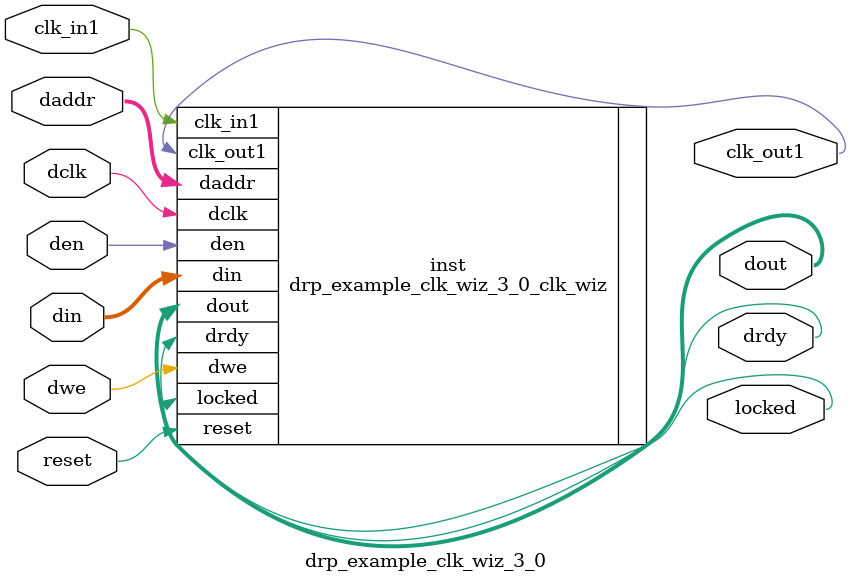
<source format=v>


`timescale 1ps/1ps

(* CORE_GENERATION_INFO = "drp_example_clk_wiz_3_0,clk_wiz_v6_0_0_0,{component_name=drp_example_clk_wiz_3_0,use_phase_alignment=false,use_min_o_jitter=false,use_max_i_jitter=false,use_dyn_phase_shift=false,use_inclk_switchover=false,use_dyn_reconfig=true,enable_axi=0,feedback_source=FDBK_AUTO,PRIMITIVE=PLL,num_out_clk=1,clkin1_period=10.000,clkin2_period=10.000,use_power_down=false,use_reset=true,use_locked=true,use_inclk_stopped=false,feedback_type=SINGLE,CLOCK_MGR_TYPE=NA,manual_override=false}" *)

module drp_example_clk_wiz_3_0 
 (
  // Clock out ports
  output        clk_out1,
  // Dynamic reconfiguration ports
  input   [6:0] daddr,
  input         dclk,
  input         den,
  input  [15:0] din,
  output [15:0] dout,
  output        drdy,
  input         dwe,
  // Status and control signals
  input         reset,
  output        locked,
 // Clock in ports
  input         clk_in1
 );

  drp_example_clk_wiz_3_0_clk_wiz inst
  (
  // Clock out ports  
  .clk_out1(clk_out1),
  // Dynamic reconfiguration ports            
  .daddr(daddr),
  .dclk(dclk),
  .den(den),
  .din(din),
  .dout(dout),
  .drdy(drdy),
  .dwe(dwe),
  // Status and control signals               
  .reset(reset), 
  .locked(locked),
 // Clock in ports
  .clk_in1(clk_in1)
  );

endmodule

</source>
